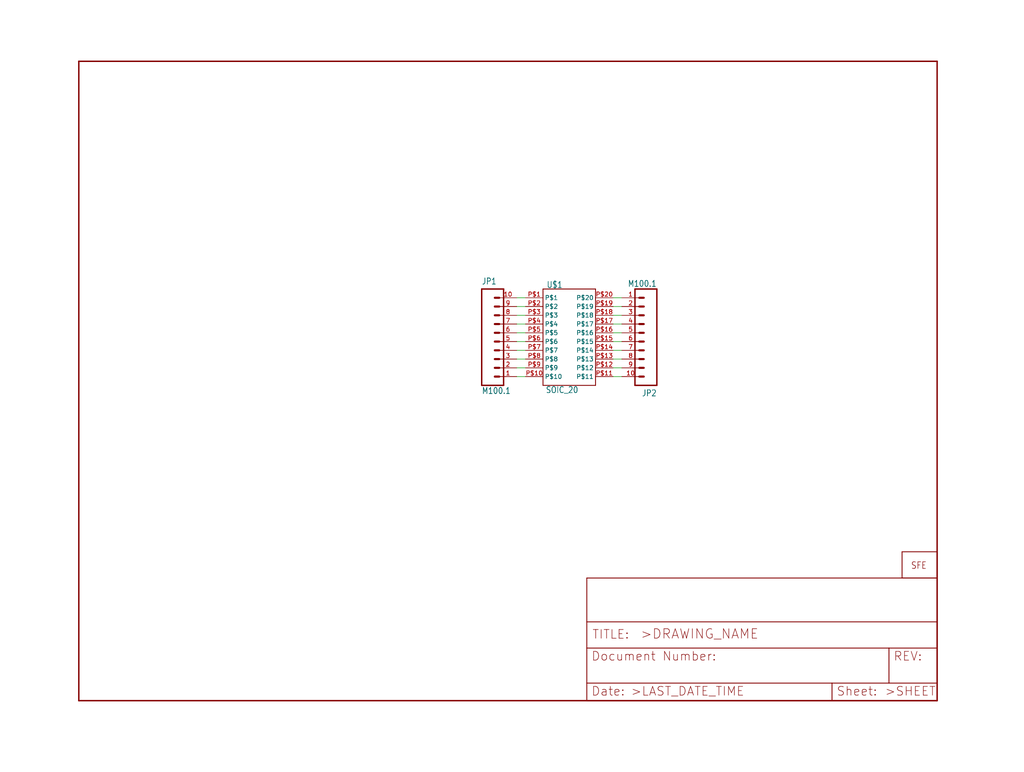
<source format=kicad_sch>
(kicad_sch (version 20211123) (generator eeschema)
  (paper "User" 297.002 223.926)
  (lib_symbols
    (symbol "schematicEagle-eagle-import:FRAME-LETTER"
      (symbol "FRAME-LETTER_1_0"
        (polyline (pts (xy 0 0) (xy 248.92 0)) (stroke (width 0.4064)))
        (polyline (pts (xy 0 185.42) (xy 0 0)) (stroke (width 0.4064)))
        (polyline (pts (xy 0 185.42) (xy 248.92 185.42)) (stroke (width 0.4064)))
        (polyline (pts (xy 248.92 185.42) (xy 248.92 0)) (stroke (width 0.4064)))
      )
      (symbol "FRAME-LETTER_2_0"
        (polyline (pts (xy 0 0) (xy 0 5.08)) (stroke (width 0.254)))
        (polyline (pts (xy 0 0) (xy 71.12 0)) (stroke (width 0.254)))
        (polyline (pts (xy 0 5.08) (xy 0 15.24)) (stroke (width 0.254)))
        (polyline (pts (xy 0 5.08) (xy 71.12 5.08)) (stroke (width 0.254)))
        (polyline (pts (xy 0 15.24) (xy 0 22.86)) (stroke (width 0.254)))
        (polyline (pts (xy 0 22.86) (xy 0 35.56)) (stroke (width 0.254)))
        (polyline (pts (xy 0 22.86) (xy 101.6 22.86)) (stroke (width 0.254)))
        (polyline (pts (xy 71.12 0) (xy 101.6 0)) (stroke (width 0.254)))
        (polyline (pts (xy 71.12 5.08) (xy 71.12 0)) (stroke (width 0.254)))
        (polyline (pts (xy 71.12 5.08) (xy 87.63 5.08)) (stroke (width 0.254)))
        (polyline (pts (xy 87.63 5.08) (xy 101.6 5.08)) (stroke (width 0.254)))
        (polyline (pts (xy 87.63 15.24) (xy 0 15.24)) (stroke (width 0.254)))
        (polyline (pts (xy 87.63 15.24) (xy 87.63 5.08)) (stroke (width 0.254)))
        (polyline (pts (xy 101.6 5.08) (xy 101.6 0)) (stroke (width 0.254)))
        (polyline (pts (xy 101.6 15.24) (xy 87.63 15.24)) (stroke (width 0.254)))
        (polyline (pts (xy 101.6 15.24) (xy 101.6 5.08)) (stroke (width 0.254)))
        (polyline (pts (xy 101.6 22.86) (xy 101.6 15.24)) (stroke (width 0.254)))
        (polyline (pts (xy 101.6 35.56) (xy 0 35.56)) (stroke (width 0.254)))
        (polyline (pts (xy 101.6 35.56) (xy 101.6 22.86)) (stroke (width 0.254)))
        (text ">DRAWING_NAME" (at 15.494 17.78 0) (effects (font (size 2.7432 2.7432)) (justify left bottom)))
        (text ">LAST_DATE_TIME" (at 12.7 1.27 0) (effects (font (size 2.54 2.54)) (justify left bottom)))
        (text ">SHEET" (at 86.36 1.27 0) (effects (font (size 2.54 2.54)) (justify left bottom)))
        (text "Date:" (at 1.27 1.27 0) (effects (font (size 2.54 2.54)) (justify left bottom)))
        (text "Document Number:" (at 1.27 11.43 0) (effects (font (size 2.54 2.54)) (justify left bottom)))
        (text "REV:" (at 88.9 11.43 0) (effects (font (size 2.54 2.54)) (justify left bottom)))
        (text "Sheet:" (at 72.39 1.27 0) (effects (font (size 2.54 2.54)) (justify left bottom)))
        (text "TITLE:" (at 1.524 17.78 0) (effects (font (size 2.54 2.54)) (justify left bottom)))
      )
    )
    (symbol "schematicEagle-eagle-import:LOGO-SFENEW"
      (symbol "LOGO-SFENEW_1_0"
        (polyline (pts (xy -2.54 -2.54) (xy 7.62 -2.54)) (stroke (width 0.254)))
        (polyline (pts (xy -2.54 5.08) (xy -2.54 -2.54)) (stroke (width 0.254)))
        (polyline (pts (xy 7.62 -2.54) (xy 7.62 5.08)) (stroke (width 0.254)))
        (polyline (pts (xy 7.62 5.08) (xy -2.54 5.08)) (stroke (width 0.254)))
        (text "SFE" (at 0 0 0) (effects (font (size 1.9304 1.6408)) (justify left bottom)))
      )
    )
    (symbol "schematicEagle-eagle-import:M100.1"
      (property "Reference" "JP" (at 0 8.89 0))
      (property "Value" "M100.1" (at 0 -22.86 0))
      (symbol "M100.1_1_0"
        (polyline (pts (xy 0 7.62) (xy 0 -20.32)) (stroke (width 0.4064)))
        (polyline (pts (xy 0 7.62) (xy 6.35 7.62)) (stroke (width 0.4064)))
        (polyline (pts (xy 3.81 -17.78) (xy 5.08 -17.78)) (stroke (width 0.6096)))
        (polyline (pts (xy 3.81 -15.24) (xy 5.08 -15.24)) (stroke (width 0.6096)))
        (polyline (pts (xy 3.81 -12.7) (xy 5.08 -12.7)) (stroke (width 0.6096)))
        (polyline (pts (xy 3.81 -10.16) (xy 5.08 -10.16)) (stroke (width 0.6096)))
        (polyline (pts (xy 3.81 -7.62) (xy 5.08 -7.62)) (stroke (width 0.6096)))
        (polyline (pts (xy 3.81 -5.08) (xy 5.08 -5.08)) (stroke (width 0.6096)))
        (polyline (pts (xy 3.81 -2.54) (xy 5.08 -2.54)) (stroke (width 0.6096)))
        (polyline (pts (xy 3.81 0) (xy 5.08 0)) (stroke (width 0.6096)))
        (polyline (pts (xy 3.81 2.54) (xy 5.08 2.54)) (stroke (width 0.6096)))
        (polyline (pts (xy 3.81 5.08) (xy 5.08 5.08)) (stroke (width 0.6096)))
        (polyline (pts (xy 6.35 -20.32) (xy 0 -20.32)) (stroke (width 0.4064)))
        (polyline (pts (xy 6.35 -20.32) (xy 6.35 7.62)) (stroke (width 0.4064)))
        (pin passive line (at 10.16 -17.78 180) (length 5.08) (name "1") (number "1"))
        (pin passive line (at 10.16 5.08 180) (length 5.08) (name "10") (number "10"))
        (pin passive line (at 10.16 -15.24 180) (length 5.08) (name "2") (number "2"))
        (pin passive line (at 10.16 -12.7 180) (length 5.08) (name "3") (number "3"))
        (pin passive line (at 10.16 -10.16 180) (length 5.08) (name "4") (number "4"))
        (pin passive line (at 10.16 -7.62 180) (length 5.08) (name "5") (number "5"))
        (pin passive line (at 10.16 -5.08 180) (length 5.08) (name "6") (number "6"))
        (pin passive line (at 10.16 -2.54 180) (length 5.08) (name "7") (number "7"))
        (pin passive line (at 10.16 0 180) (length 5.08) (name "8") (number "8"))
        (pin passive line (at 10.16 2.54 180) (length 5.08) (name "9") (number "9"))
      )
    )
    (symbol "schematicEagle-eagle-import:SOIC_20"
      (property "Value" "SOIC_20" (at -6.858 -17.526 0))
      (symbol "SOIC_20_1_0"
        (polyline (pts (xy -7.62 -15.24) (xy 7.62 -15.24)) (stroke (width 0.254)))
        (polyline (pts (xy -7.62 12.7) (xy -7.62 -15.24)) (stroke (width 0.254)))
        (polyline (pts (xy 7.62 -15.24) (xy 7.62 12.7)) (stroke (width 0.254)))
        (polyline (pts (xy 7.62 12.7) (xy -7.62 12.7)) (stroke (width 0.254)))
        (pin bidirectional line (at -12.7 10.16 0) (length 5.08) (name "P$1") (number "P$1"))
        (pin bidirectional line (at -12.7 -12.7 0) (length 5.08) (name "P$10") (number "P$10"))
        (pin bidirectional line (at 12.7 -12.7 180) (length 5.08) (name "P$11") (number "P$11"))
        (pin bidirectional line (at 12.7 -10.16 180) (length 5.08) (name "P$12") (number "P$12"))
        (pin bidirectional line (at 12.7 -7.62 180) (length 5.08) (name "P$13") (number "P$13"))
        (pin bidirectional line (at 12.7 -5.08 180) (length 5.08) (name "P$14") (number "P$14"))
        (pin bidirectional line (at 12.7 -2.54 180) (length 5.08) (name "P$15") (number "P$15"))
        (pin bidirectional line (at 12.7 0 180) (length 5.08) (name "P$16") (number "P$16"))
        (pin bidirectional line (at 12.7 2.54 180) (length 5.08) (name "P$17") (number "P$17"))
        (pin bidirectional line (at 12.7 5.08 180) (length 5.08) (name "P$18") (number "P$18"))
        (pin bidirectional line (at 12.7 7.62 180) (length 5.08) (name "P$19") (number "P$19"))
        (pin bidirectional line (at -12.7 7.62 0) (length 5.08) (name "P$2") (number "P$2"))
        (pin bidirectional line (at 12.7 10.16 180) (length 5.08) (name "P$20") (number "P$20"))
        (pin bidirectional line (at -12.7 5.08 0) (length 5.08) (name "P$3") (number "P$3"))
        (pin bidirectional line (at -12.7 2.54 0) (length 5.08) (name "P$4") (number "P$4"))
        (pin bidirectional line (at -12.7 0 0) (length 5.08) (name "P$5") (number "P$5"))
        (pin bidirectional line (at -12.7 -2.54 0) (length 5.08) (name "P$6") (number "P$6"))
        (pin bidirectional line (at -12.7 -5.08 0) (length 5.08) (name "P$7") (number "P$7"))
        (pin bidirectional line (at -12.7 -7.62 0) (length 5.08) (name "P$8") (number "P$8"))
        (pin bidirectional line (at -12.7 -10.16 0) (length 5.08) (name "P$9") (number "P$9"))
      )
    )
  )
  (wire (pts (xy 180.34 88.9) (xy 177.8 88.9)))
  (wire (pts (xy 149.86 109.22) (xy 152.4 109.22)))
  (wire (pts (xy 180.34 109.22) (xy 177.8 109.22)))
  (wire (pts (xy 149.86 96.52) (xy 152.4 96.52)))
  (wire (pts (xy 149.86 104.14) (xy 152.4 104.14)))
  (wire (pts (xy 180.34 101.6) (xy 177.8 101.6)))
  (wire (pts (xy 149.86 101.6) (xy 152.4 101.6)))
  (wire (pts (xy 180.34 99.06) (xy 177.8 99.06)))
  (wire (pts (xy 149.86 91.44) (xy 152.4 91.44)))
  (wire (pts (xy 180.34 96.52) (xy 177.8 96.52)))
  (wire (pts (xy 149.86 93.98) (xy 152.4 93.98)))
  (wire (pts (xy 149.86 106.68) (xy 152.4 106.68)))
  (wire (pts (xy 149.86 88.9) (xy 152.4 88.9)))
  (wire (pts (xy 149.86 86.36) (xy 152.4 86.36)))
  (wire (pts (xy 180.34 86.36) (xy 177.8 86.36)))
  (wire (pts (xy 180.34 93.98) (xy 177.8 93.98)))
  (wire (pts (xy 149.86 99.06) (xy 152.4 99.06)))
  (wire (pts (xy 180.34 106.68) (xy 177.8 106.68)))
  (wire (pts (xy 180.34 104.14) (xy 177.8 104.14)))
  (wire (pts (xy 180.34 91.44) (xy 177.8 91.44)))
  (symbol (lib_id "schematicEagle-eagle-import:FRAME-LETTER") (at 22.86 203.2 0) (unit 1)
    (property "Reference" "#FRAME1" (effects hide))
    (property "Value" "FRAME-LETTER" (effects hide))
    (property "Footprint" "schematicEagle:" (effects hide))
  )
  (symbol (lib_id "schematicEagle-eagle-import:LOGO-SFENEW") (at 264.16 165.1 0) (unit 1)
    (property "Reference" "U$2" (effects hide))
    (property "Value" "LOGO-SFENEW" (effects hide))
    (property "Footprint" "schematicEagle:SFE-NEW-WEBLOGO" (effects hide))
  )
  (symbol (lib_id "schematicEagle-eagle-import:SOIC_20") (at 165.1 96.52 0) (unit 1)
    (property "Reference" "U$1" (at 158.496 83.566 0) (effects (font (size 1.778 1.5113)) (justify left bottom)))
    (property "Value" "SOIC_20" (at 158.242 114.046 0) (effects (font (size 1.778 1.5113)) (justify left bottom)))
    (property "Footprint" "schematicEagle:SO20W" (effects hide))
  )
  (symbol (lib_id "schematicEagle-eagle-import:FRAME-LETTER") (at 170.18 203.2 0) (unit 2)
    (property "Reference" "#FRAME1" (effects hide))
    (property "Value" "FRAME-LETTER" (effects hide))
    (property "Footprint" "schematicEagle:" (effects hide))
  )
  (symbol (lib_id "schematicEagle-eagle-import:M100.1") (at 190.5 104.14 180) (unit 1)
    (property "Reference" "JP2" (at 190.5 113.03 0) (effects (font (size 1.778 1.5113)) (justify left bottom)))
    (property "Value" "M100.1" (at 190.5 81.28 0) (effects (font (size 1.778 1.5113)) (justify left bottom)))
    (property "Footprint" "schematicEagle:1X10" (effects hide))
  )
  (symbol (lib_id "schematicEagle-eagle-import:M100.1") (at 139.7 91.44 0) (unit 1)
    (property "Reference" "JP1" (at 139.7 82.55 0) (effects (font (size 1.778 1.5113)) (justify left bottom)))
    (property "Value" "M100.1" (at 139.7 114.3 0) (effects (font (size 1.778 1.5113)) (justify left bottom)))
    (property "Footprint" "schematicEagle:1X10" (effects hide))
  )
)
</source>
